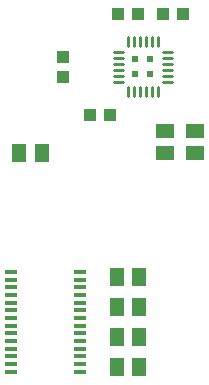
<source format=gtp>
G75*
%MOIN*%
%OFA0B0*%
%FSLAX25Y25*%
%IPPOS*%
%LPD*%
%AMOC8*
5,1,8,0,0,1.08239X$1,22.5*
%
%ADD10R,0.04331X0.03937*%
%ADD11R,0.03937X0.04331*%
%ADD12C,0.01000*%
%ADD13R,0.01900X0.01900*%
%ADD14R,0.03900X0.01200*%
%ADD15R,0.05118X0.05906*%
%ADD16R,0.05906X0.05118*%
D10*
X0123887Y0190383D03*
X0130580Y0190383D03*
X0133087Y0223933D03*
X0139780Y0223933D03*
X0148087Y0223933D03*
X0154780Y0223933D03*
D11*
X0114683Y0209630D03*
X0114683Y0202937D03*
D12*
X0131720Y0203482D02*
X0134720Y0203482D01*
X0134720Y0205459D02*
X0131720Y0205459D01*
X0131720Y0207565D02*
X0134720Y0207565D01*
X0134720Y0209552D02*
X0131720Y0209552D01*
X0131720Y0211538D02*
X0134720Y0211538D01*
X0136367Y0213286D02*
X0136367Y0216286D01*
X0138364Y0216286D02*
X0138364Y0213286D01*
X0140341Y0213286D02*
X0140341Y0216286D01*
X0142447Y0216286D02*
X0142447Y0213286D01*
X0144433Y0213286D02*
X0144433Y0216286D01*
X0146420Y0216286D02*
X0146420Y0213286D01*
X0148068Y0211538D02*
X0151068Y0211538D01*
X0151068Y0209552D02*
X0148068Y0209552D01*
X0148068Y0207565D02*
X0151068Y0207565D01*
X0151068Y0205459D02*
X0148068Y0205459D01*
X0148068Y0203482D02*
X0151068Y0203482D01*
X0151068Y0201485D02*
X0148068Y0201485D01*
X0146420Y0199738D02*
X0146420Y0196738D01*
X0144433Y0196738D02*
X0144433Y0199738D01*
X0142447Y0199738D02*
X0142447Y0196738D01*
X0140341Y0196738D02*
X0140341Y0199738D01*
X0138364Y0199738D02*
X0138364Y0196738D01*
X0136367Y0196738D02*
X0136367Y0199738D01*
X0134720Y0201485D02*
X0131720Y0201485D01*
D13*
X0138783Y0204183D03*
X0138933Y0208933D03*
X0143733Y0208933D03*
X0143783Y0204183D03*
D14*
X0097446Y0104799D03*
X0097446Y0107358D03*
X0097446Y0109917D03*
X0097446Y0112476D03*
X0097446Y0115035D03*
X0097446Y0117594D03*
X0097446Y0120154D03*
X0097446Y0122713D03*
X0097446Y0125272D03*
X0097446Y0127831D03*
X0097446Y0130390D03*
X0097446Y0132949D03*
X0097446Y0135508D03*
X0097446Y0138067D03*
X0120420Y0138067D03*
X0120420Y0135508D03*
X0120420Y0132949D03*
X0120420Y0130390D03*
X0120420Y0127831D03*
X0120420Y0125272D03*
X0120420Y0122713D03*
X0120420Y0120154D03*
X0120420Y0117594D03*
X0120420Y0115035D03*
X0120420Y0112476D03*
X0120420Y0109917D03*
X0120420Y0107358D03*
X0120420Y0104799D03*
D15*
X0132693Y0106433D03*
X0132693Y0116433D03*
X0140173Y0116433D03*
X0140173Y0106433D03*
X0140173Y0126433D03*
X0132693Y0126433D03*
X0132693Y0136433D03*
X0140173Y0136433D03*
X0107673Y0177683D03*
X0100193Y0177683D03*
D16*
X0148933Y0177693D03*
X0148933Y0185173D03*
X0158933Y0185173D03*
X0158933Y0177693D03*
M02*

</source>
